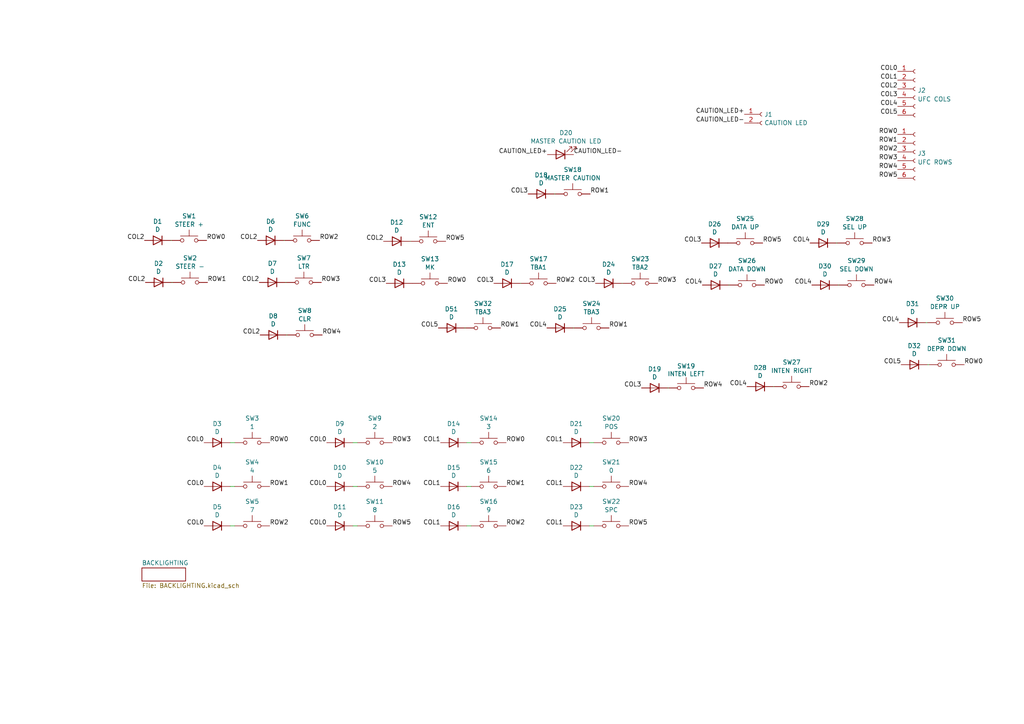
<source format=kicad_sch>
(kicad_sch (version 20230121) (generator eeschema)
  (paper "A4")
  (lib_symbols
    (symbol "Connector:Conn_01x02_Socket" (pin_names (offset 1.016) hide)
      (property "Reference" "J" (at 0 2.54 0))
      (property "Value" "Conn_01x02_Socket" (at 0 -5.08 0))
      (symbol "Conn_01x02_Socket_1_1"
        (arc (start 0 -2.032) (mid -0.5058 -2.54) (end 0 -3.048) (stroke (width 0.1524)))
        (polyline (pts (xy -1.27 -2.54) (xy -0.508 -2.54)) (stroke (width 0.1524)))
        (polyline (pts (xy -1.27 0) (xy -0.508 0)) (stroke (width 0.1524)))
        (arc (start 0 0.508) (mid -0.5058 0) (end 0 -0.508) (stroke (width 0.1524)))
        (pin passive line (at -5.08 0 0) (length 3.81) (name "Pin_1") (number "1"))
        (pin passive line (at -5.08 -2.54 0) (length 3.81) (name "Pin_2") (number "2"))
      )
    )
    (symbol "Connector:Conn_01x06_Female" (pin_names (offset 1.016) hide)
      (property "Reference" "J" (at 0 7.62 0))
      (property "Value" "Conn_01x06_Female" (at 0 -10.16 0))
      (symbol "Conn_01x06_Female_1_1"
        (arc (start 0 -7.112) (mid -0.5058 -7.62) (end 0 -8.128) (stroke (width 0.1524)))
        (arc (start 0 -4.572) (mid -0.5058 -5.08) (end 0 -5.588) (stroke (width 0.1524)))
        (arc (start 0 -2.032) (mid -0.5058 -2.54) (end 0 -3.048) (stroke (width 0.1524)))
        (polyline (pts (xy -1.27 -7.62) (xy -0.508 -7.62)) (stroke (width 0.1524)))
        (polyline (pts (xy -1.27 -5.08) (xy -0.508 -5.08)) (stroke (width 0.1524)))
        (polyline (pts (xy -1.27 -2.54) (xy -0.508 -2.54)) (stroke (width 0.1524)))
        (polyline (pts (xy -1.27 0) (xy -0.508 0)) (stroke (width 0.1524)))
        (polyline (pts (xy -1.27 2.54) (xy -0.508 2.54)) (stroke (width 0.1524)))
        (polyline (pts (xy -1.27 5.08) (xy -0.508 5.08)) (stroke (width 0.1524)))
        (arc (start 0 0.508) (mid -0.5058 0) (end 0 -0.508) (stroke (width 0.1524)))
        (arc (start 0 3.048) (mid -0.5058 2.54) (end 0 2.032) (stroke (width 0.1524)))
        (arc (start 0 5.588) (mid -0.5058 5.08) (end 0 4.572) (stroke (width 0.1524)))
        (pin passive line (at -5.08 5.08 0) (length 3.81) (name "Pin_1") (number "1"))
        (pin passive line (at -5.08 2.54 0) (length 3.81) (name "Pin_2") (number "2"))
        (pin passive line (at -5.08 0 0) (length 3.81) (name "Pin_3") (number "3"))
        (pin passive line (at -5.08 -2.54 0) (length 3.81) (name "Pin_4") (number "4"))
        (pin passive line (at -5.08 -5.08 0) (length 3.81) (name "Pin_5") (number "5"))
        (pin passive line (at -5.08 -7.62 0) (length 3.81) (name "Pin_6") (number "6"))
      )
    )
    (symbol "Device:D" (pin_numbers hide) (pin_names (offset 1.016) hide)
      (property "Reference" "D" (at 0 2.54 0))
      (property "Value" "D" (at 0 -2.54 0))
      (symbol "D_0_1"
        (polyline (pts (xy -1.27 1.27) (xy -1.27 -1.27)) (stroke (width 0.254)))
        (polyline (pts (xy 1.27 0) (xy -1.27 0)))
        (polyline (pts (xy 1.27 1.27) (xy 1.27 -1.27) (xy -1.27 0) (xy 1.27 1.27)) (stroke (width 0.254)))
      )
      (symbol "D_1_1"
        (pin passive line (at -3.81 0 0) (length 2.54) (name "K") (number "1"))
        (pin passive line (at 3.81 0 180) (length 2.54) (name "A") (number "2"))
      )
    )
    (symbol "Device:LED" (pin_numbers hide) (pin_names (offset 1.016) hide)
      (property "Reference" "D" (at 0 2.54 0))
      (property "Value" "LED" (at 0 -2.54 0))
      (symbol "LED_0_1"
        (polyline (pts (xy -1.27 -1.27) (xy -1.27 1.27)) (stroke (width 0.254)))
        (polyline (pts (xy -1.27 0) (xy 1.27 0)))
        (polyline (pts (xy 1.27 -1.27) (xy 1.27 1.27) (xy -1.27 0) (xy 1.27 -1.27)) (stroke (width 0.254)))
        (polyline (pts (xy -3.048 -0.762) (xy -4.572 -2.286) (xy -3.81 -2.286) (xy -4.572 -2.286) (xy -4.572 -1.524)))
        (polyline (pts (xy -1.778 -0.762) (xy -3.302 -2.286) (xy -2.54 -2.286) (xy -3.302 -2.286) (xy -3.302 -1.524)))
      )
      (symbol "LED_1_1"
        (pin passive line (at -3.81 0 0) (length 2.54) (name "K") (number "1"))
        (pin passive line (at 3.81 0 180) (length 2.54) (name "A") (number "2"))
      )
    )
    (symbol "Switch:SW_Push" (pin_numbers hide) (pin_names (offset 1.016) hide)
      (property "Reference" "SW" (at 1.27 2.54 0))
      (property "Value" "SW_Push" (at 0 -1.524 0))
      (symbol "SW_Push_0_1"
        (circle (center -2.032 0) (radius 0.508))
        (polyline (pts (xy 0 1.27) (xy 0 3.048)))
        (polyline (pts (xy 2.54 1.27) (xy -2.54 1.27)))
        (circle (center 2.032 0) (radius 0.508))
        (pin passive line (at -5.08 0 0) (length 2.54) (name "1") (number "1"))
        (pin passive line (at 5.08 0 180) (length 2.54) (name "2") (number "2"))
      )
    )
  )
  (wire (pts (xy 135.382 141.097) (xy 136.652 141.097)))
  (wire (pts (xy 66.802 152.527) (xy 68.072 152.527)))
  (wire (pts (xy 102.362 152.527) (xy 103.632 152.527)))
  (wire (pts (xy 180.34 82.169) (xy 180.594 82.169)))
  (wire (pts (xy 118.872 69.977) (xy 119.126 69.977)))
  (wire (pts (xy 170.942 141.097) (xy 172.212 141.097)))
  (wire (pts (xy 102.362 128.397) (xy 103.632 128.397)))
  (wire (pts (xy 66.802 141.097) (xy 68.072 141.097)))
  (wire (pts (xy 102.362 141.097) (xy 103.632 141.097)))
  (wire (pts (xy 83.058 97.155) (xy 83.312 97.155)))
  (wire (pts (xy 242.57 70.485) (xy 242.824 70.485)))
  (wire (pts (xy 193.675 112.522) (xy 193.929 112.522)))
  (wire (pts (xy 160.782 56.261) (xy 161.036 56.261)))
  (wire (pts (xy 243.078 82.677) (xy 243.332 82.677)))
  (wire (pts (xy 170.942 128.397) (xy 172.212 128.397)))
  (wire (pts (xy 166.243 95.123) (xy 166.497 95.123)))
  (wire (pts (xy 49.53 69.723) (xy 49.784 69.723)))
  (wire (pts (xy 170.942 152.527) (xy 172.212 152.527)))
  (wire (pts (xy 134.747 95.123) (xy 135.001 95.123)))
  (wire (pts (xy 49.784 81.915) (xy 50.038 81.915)))
  (wire (pts (xy 66.802 128.397) (xy 68.072 128.397)))
  (wire (pts (xy 268.478 93.599) (xy 268.986 93.599)))
  (wire (pts (xy 150.876 82.169) (xy 151.13 82.169)))
  (wire (pts (xy 268.986 105.791) (xy 269.494 105.791)))
  (wire (pts (xy 211.328 82.677) (xy 211.582 82.677)))
  (wire (pts (xy 135.382 128.397) (xy 136.652 128.397)))
  (wire (pts (xy 82.296 69.723) (xy 82.55 69.723)))
  (wire (pts (xy 135.382 152.527) (xy 136.652 152.527)))
  (wire (pts (xy 82.804 81.915) (xy 83.058 81.915)))
  (wire (pts (xy 224.282 112.141) (xy 224.536 112.141)))
  (label "COL1" (at 260.35 23.241 180))
  (label "COL3" (at 153.162 56.261 180))
  (label "ROW1" (at 171.196 56.261 0))
  (label "COL4" (at 234.95 70.485 180))
  (label "COL5" (at 261.366 105.791 180))
  (label "COL1" (at 127.762 128.397 180))
  (label "ROW5" (at 221.234 70.485 0))
  (label "COL0" (at 59.182 128.397 180))
  (label "ROW4" (at 253.492 82.677 0))
  (label "ROW4" (at 260.35 49.149 180))
  (label "ROW0" (at 78.232 128.397 0))
  (label "ROW3" (at 93.218 81.915 0))
  (label "COL4" (at 260.35 30.861 180))
  (label "COL2" (at 74.676 69.723 180))
  (label "COL0" (at 260.35 20.701 180))
  (label "ROW4" (at 204.089 112.522 0))
  (label "ROW2" (at 92.71 69.723 0))
  (label "CAUTION_LED+" (at 215.9 33.147 180))
  (label "COL4" (at 260.858 93.599 180))
  (label "COL3" (at 112.014 82.169 180))
  (label "ROW2" (at 234.696 112.141 0))
  (label "COL3" (at 143.256 82.169 180))
  (label "CAUTION_LED-" (at 215.9 35.687 180))
  (label "COL4" (at 235.458 82.677 180))
  (label "COL1" (at 163.322 141.097 180))
  (label "CAUTION_LED+" (at 158.75 44.831 180))
  (label "ROW2" (at 161.29 82.169 0))
  (label "COL0" (at 94.742 128.397 180))
  (label "ROW5" (at 182.372 152.527 0))
  (label "ROW2" (at 146.812 152.527 0))
  (label "COL5" (at 260.35 33.401 180))
  (label "ROW0" (at 129.794 82.169 0))
  (label "ROW4" (at 113.792 141.097 0))
  (label "COL2" (at 75.184 81.915 180))
  (label "COL3" (at 260.35 28.321 180))
  (label "ROW1" (at 60.198 81.915 0))
  (label "ROW4" (at 182.372 141.097 0))
  (label "ROW3" (at 252.984 70.485 0))
  (label "COL0" (at 94.742 141.097 180))
  (label "ROW5" (at 279.146 93.599 0))
  (label "COL0" (at 59.182 152.527 180))
  (label "COL2" (at 75.438 97.155 180))
  (label "COL2" (at 42.164 81.915 180))
  (label "COL1" (at 163.322 152.527 180))
  (label "ROW1" (at 146.812 141.097 0))
  (label "COL3" (at 186.055 112.522 180))
  (label "COL2" (at 41.91 69.723 180))
  (label "ROW0" (at 279.654 105.791 0))
  (label "COL3" (at 203.454 70.485 180))
  (label "ROW0" (at 146.812 128.397 0))
  (label "ROW5" (at 260.35 51.689 180))
  (label "COL5" (at 127.127 95.123 180))
  (label "ROW1" (at 145.161 95.123 0))
  (label "ROW1" (at 260.35 41.529 180))
  (label "COL4" (at 216.662 112.141 180))
  (label "ROW5" (at 113.792 152.527 0))
  (label "COL2" (at 111.252 69.977 180))
  (label "ROW4" (at 93.472 97.155 0))
  (label "COL0" (at 94.742 152.527 180))
  (label "ROW3" (at 182.372 128.397 0))
  (label "ROW2" (at 78.232 152.527 0))
  (label "COL3" (at 172.72 82.169 180))
  (label "ROW1" (at 78.232 141.097 0))
  (label "COL1" (at 127.762 152.527 180))
  (label "CAUTION_LED-" (at 166.37 44.831 0))
  (label "ROW0" (at 221.742 82.677 0))
  (label "COL1" (at 163.322 128.397 180))
  (label "ROW2" (at 260.35 44.069 180))
  (label "ROW3" (at 260.35 46.609 180))
  (label "ROW1" (at 176.657 95.123 0))
  (label "ROW3" (at 190.754 82.169 0))
  (label "ROW3" (at 113.792 128.397 0))
  (label "COL1" (at 127.762 141.097 180))
  (label "ROW0" (at 59.944 69.723 0))
  (label "COL0" (at 59.182 141.097 180))
  (label "COL4" (at 203.708 82.677 180))
  (label "ROW0" (at 260.35 38.989 180))
  (label "COL4" (at 158.623 95.123 180))
  (label "ROW5" (at 129.286 69.977 0))
  (label "COL2" (at 260.35 25.781 180))
  (symbol (lib_id "Device:D") (at 147.066 82.169 0) (mirror y) (unit 1)
    (property "Reference" "D17" (at 147.066 76.6826 0))
    (property "Value" "D" (at 147.066 78.994 0))
    (property "Footprint" "Diode_THT:D_A-405_P7.62mm_Horizontal" (effects hide))
  )
  (symbol (lib_id "Switch:SW_Push") (at 73.152 141.097 0) (unit 1)
    (property "Reference" "SW4" (at 73.152 134.0317 0))
    (property "Value" "4" (at 73.152 136.4559 0))
    (property "Footprint" "Button_Switch_THT:SW_PUSH-12mm" (effects hide))
  )
  (symbol (lib_id "Device:D") (at 238.76 70.485 0) (mirror y) (unit 1)
    (property "Reference" "D29" (at 238.76 64.9986 0))
    (property "Value" "D" (at 238.76 67.31 0))
    (property "Footprint" "Diode_THT:D_A-405_P7.62mm_Horizontal" (effects hide))
  )
  (symbol (lib_id "Switch:SW_Push") (at 248.412 82.677 0) (unit 1)
    (property "Reference" "SW29" (at 248.412 75.6117 0))
    (property "Value" "SEL DOWN" (at 248.412 78.0359 0))
    (property "Footprint" "Button_Switch_THT:SW_PUSH-12mm" (effects hide))
  )
  (symbol (lib_id "Device:D") (at 189.865 112.522 0) (mirror y) (unit 1)
    (property "Reference" "D19" (at 189.865 107.0356 0))
    (property "Value" "D" (at 189.865 109.347 0))
    (property "Footprint" "Diode_THT:D_A-405_P7.62mm_Horizontal" (effects hide))
  )
  (symbol (lib_id "Switch:SW_Push") (at 185.674 82.169 0) (unit 1)
    (property "Reference" "SW23" (at 185.674 75.1037 0))
    (property "Value" "TBA2" (at 185.674 77.5279 0))
    (property "Footprint" "Button_Switch_THT:SW_PUSH-12mm" (effects hide))
  )
  (symbol (lib_id "Switch:SW_Push") (at 54.864 69.723 0) (unit 1)
    (property "Reference" "SW1" (at 54.864 62.6577 0))
    (property "Value" "STEER +" (at 54.864 65.0819 0))
    (property "Footprint" "Button_Switch_THT:SW_PUSH-12mm" (effects hide))
  )
  (symbol (lib_id "Switch:SW_Push") (at 166.116 56.261 0) (unit 1)
    (property "Reference" "SW18" (at 166.116 49.1957 0))
    (property "Value" "MASTER CAUTION" (at 166.116 51.6199 0))
    (property "Footprint" "Connector_Molex:Molex_KK-254_AE-6410-02A_1x02_P2.54mm_Vertical" (effects hide))
  )
  (symbol (lib_id "Device:LED") (at 162.56 44.831 180) (unit 1)
    (property "Reference" "D20" (at 164.1475 38.5277 0))
    (property "Value" "MASTER CAUTION LED" (at 164.1475 40.9519 0))
    (property "Footprint" "Connector_Molex:Molex_KK-254_AE-6410-02A_1x02_P2.54mm_Vertical" (effects hide))
  )
  (symbol (lib_id "Device:D") (at 45.72 69.723 0) (mirror y) (unit 1)
    (property "Reference" "D1" (at 45.72 64.2366 0))
    (property "Value" "D" (at 45.72 66.548 0))
    (property "Footprint" "Diode_THT:D_A-405_P7.62mm_Horizontal" (effects hide))
  )
  (symbol (lib_id "Device:D") (at 167.132 141.097 0) (mirror y) (unit 1)
    (property "Reference" "D22" (at 167.132 135.6106 0))
    (property "Value" "D" (at 167.132 137.922 0))
    (property "Footprint" "Diode_THT:D_A-405_P7.62mm_Horizontal" (effects hide))
  )
  (symbol (lib_id "Switch:SW_Push") (at 247.904 70.485 0) (unit 1)
    (property "Reference" "SW28" (at 247.904 63.4197 0))
    (property "Value" "SEL UP" (at 247.904 65.8439 0))
    (property "Footprint" "Button_Switch_THT:SW_PUSH-12mm" (effects hide))
  )
  (symbol (lib_id "Device:D") (at 167.132 152.527 0) (mirror y) (unit 1)
    (property "Reference" "D23" (at 167.132 147.0406 0))
    (property "Value" "D" (at 167.132 149.352 0))
    (property "Footprint" "Diode_THT:D_A-405_P7.62mm_Horizontal" (effects hide))
  )
  (symbol (lib_id "Switch:SW_Push") (at 73.152 128.397 0) (unit 1)
    (property "Reference" "SW3" (at 73.152 121.3317 0))
    (property "Value" "1" (at 73.152 123.7559 0))
    (property "Footprint" "Button_Switch_THT:SW_PUSH-12mm" (effects hide))
  )
  (symbol (lib_id "Device:D") (at 78.994 81.915 0) (mirror y) (unit 1)
    (property "Reference" "D7" (at 78.994 76.4286 0))
    (property "Value" "D" (at 78.994 78.74 0))
    (property "Footprint" "Diode_THT:D_A-405_P7.62mm_Horizontal" (effects hide))
  )
  (symbol (lib_id "Switch:SW_Push") (at 124.206 69.977 0) (unit 1)
    (property "Reference" "SW12" (at 124.206 62.9117 0))
    (property "Value" "ENT" (at 124.206 65.3359 0))
    (property "Footprint" "Button_Switch_THT:SW_PUSH-12mm" (effects hide))
  )
  (symbol (lib_id "Switch:SW_Push") (at 216.154 70.485 0) (unit 1)
    (property "Reference" "SW25" (at 216.154 63.4197 0))
    (property "Value" "DATA UP" (at 216.154 65.8439 0))
    (property "Footprint" "Button_Switch_THT:SW_PUSH-12mm" (effects hide))
  )
  (symbol (lib_id "Switch:SW_Push") (at 199.009 112.522 0) (unit 1)
    (property "Reference" "SW19" (at 199.009 106.172 0))
    (property "Value" "INTEN LEFT" (at 199.009 108.4381 0))
    (property "Footprint" "Button_Switch_THT:SW_PUSH-12mm" (effects hide))
  )
  (symbol (lib_id "Device:D") (at 131.572 128.397 0) (mirror y) (unit 1)
    (property "Reference" "D14" (at 131.572 122.9106 0))
    (property "Value" "D" (at 131.572 125.222 0))
    (property "Footprint" "Diode_THT:D_A-405_P7.62mm_Horizontal" (effects hide))
  )
  (symbol (lib_id "Device:D") (at 115.062 69.977 0) (mirror y) (unit 1)
    (property "Reference" "D12" (at 115.062 64.4906 0))
    (property "Value" "D" (at 115.062 66.802 0))
    (property "Footprint" "Diode_THT:D_A-405_P7.62mm_Horizontal" (effects hide))
  )
  (symbol (lib_id "Switch:SW_Push") (at 87.63 69.723 0) (unit 1)
    (property "Reference" "SW6" (at 87.63 62.6577 0))
    (property "Value" "FUNC" (at 87.63 65.0819 0))
    (property "Footprint" "Button_Switch_THT:SW_PUSH-12mm" (effects hide))
  )
  (symbol (lib_id "Switch:SW_Push") (at 108.712 128.397 0) (unit 1)
    (property "Reference" "SW9" (at 108.712 121.3317 0))
    (property "Value" "2" (at 108.712 123.7559 0))
    (property "Footprint" "Button_Switch_THT:SW_PUSH-12mm" (effects hide))
  )
  (symbol (lib_id "Switch:SW_Push") (at 171.577 95.123 0) (unit 1)
    (property "Reference" "SW24" (at 171.577 88.0577 0))
    (property "Value" "TBA3" (at 171.577 90.4819 0))
    (property "Footprint" "Button_Switch_THT:SW_PUSH-12mm" (effects hide))
  )
  (symbol (lib_id "Switch:SW_Push") (at 140.081 95.123 0) (unit 1)
    (property "Reference" "SW32" (at 140.081 88.0577 0))
    (property "Value" "TBA3" (at 140.081 90.4819 0))
    (property "Footprint" "Button_Switch_THT:SW_PUSH-12mm" (effects hide))
  )
  (symbol (lib_id "Switch:SW_Push") (at 141.732 128.397 0) (unit 1)
    (property "Reference" "SW14" (at 141.732 121.3317 0))
    (property "Value" "3" (at 141.732 123.7559 0))
    (property "Footprint" "Button_Switch_THT:SW_PUSH-12mm" (effects hide))
  )
  (symbol (lib_id "Device:D") (at 207.264 70.485 0) (mirror y) (unit 1)
    (property "Reference" "D26" (at 207.264 64.9986 0))
    (property "Value" "D" (at 207.264 67.31 0))
    (property "Footprint" "Diode_THT:D_A-405_P7.62mm_Horizontal" (effects hide))
  )
  (symbol (lib_id "Device:D") (at 78.486 69.723 0) (mirror y) (unit 1)
    (property "Reference" "D6" (at 78.486 64.2366 0))
    (property "Value" "D" (at 78.486 66.548 0))
    (property "Footprint" "Diode_THT:D_A-405_P7.62mm_Horizontal" (effects hide))
  )
  (symbol (lib_id "Device:D") (at 130.937 95.123 0) (mirror y) (unit 1)
    (property "Reference" "D51" (at 130.937 89.6366 0))
    (property "Value" "D" (at 130.937 91.948 0))
    (property "Footprint" "Diode_THT:D_A-405_P7.62mm_Horizontal" (effects hide))
  )
  (symbol (lib_id "Connector:Conn_01x06_Female") (at 265.43 25.781 0) (unit 1)
    (property "Reference" "J2" (at 266.1412 26.2163 0) (effects (justify left)))
    (property "Value" "UFC COLS" (at 266.1412 28.7532 0) (effects (justify left)))
    (property "Footprint" "Connector_Molex:Molex_KK-254_AE-6410-06A_1x06_P2.54mm_Vertical" (effects hide))
  )
  (symbol (lib_id "Connector:Conn_01x02_Socket") (at 220.98 33.147 0) (unit 1)
    (property "Reference" "J1" (at 221.6912 33.2049 0) (effects (justify left)))
    (property "Value" "CAUTION LED" (at 221.6912 35.6291 0) (effects (justify left)))
    (property "Footprint" "Connector_Molex:Molex_KK-254_AE-6410-02A_1x02_P2.54mm_Vertical" (effects hide))
  )
  (symbol (lib_id "Switch:SW_Push") (at 156.21 82.169 0) (unit 1)
    (property "Reference" "SW17" (at 156.21 75.1037 0))
    (property "Value" "TBA1" (at 156.21 77.5279 0))
    (property "Footprint" "Button_Switch_THT:SW_PUSH-12mm" (effects hide))
  )
  (symbol (lib_id "Device:D") (at 156.972 56.261 0) (mirror y) (unit 1)
    (property "Reference" "D18" (at 156.972 50.7746 0))
    (property "Value" "D" (at 156.972 53.086 0))
    (property "Footprint" "Diode_THT:D_A-405_P7.62mm_Horizontal" (effects hide))
  )
  (symbol (lib_id "Switch:SW_Push") (at 177.292 128.397 0) (unit 1)
    (property "Reference" "SW20" (at 177.292 121.3317 0))
    (property "Value" "POS" (at 177.292 123.7559 0))
    (property "Footprint" "Button_Switch_THT:SW_PUSH-12mm" (effects hide))
  )
  (symbol (lib_id "Device:D") (at 115.824 82.169 0) (mirror y) (unit 1)
    (property "Reference" "D13" (at 115.824 76.6826 0))
    (property "Value" "D" (at 115.824 78.994 0))
    (property "Footprint" "Diode_THT:D_A-405_P7.62mm_Horizontal" (effects hide))
  )
  (symbol (lib_id "Device:D") (at 62.992 152.527 0) (mirror y) (unit 1)
    (property "Reference" "D5" (at 62.992 147.0406 0))
    (property "Value" "D" (at 62.992 149.352 0))
    (property "Footprint" "Diode_THT:D_A-405_P7.62mm_Horizontal" (effects hide))
  )
  (symbol (lib_id "Device:D") (at 265.176 105.791 0) (mirror y) (unit 1)
    (property "Reference" "D32" (at 265.176 100.3046 0))
    (property "Value" "D" (at 265.176 102.616 0))
    (property "Footprint" "Diode_THT:D_A-405_P7.62mm_Horizontal" (effects hide))
  )
  (symbol (lib_id "Device:D") (at 220.472 112.141 0) (mirror y) (unit 1)
    (property "Reference" "D28" (at 220.472 106.6546 0))
    (property "Value" "D" (at 220.472 108.966 0))
    (property "Footprint" "Diode_THT:D_A-405_P7.62mm_Horizontal" (effects hide))
  )
  (symbol (lib_id "Device:D") (at 79.248 97.155 0) (mirror y) (unit 1)
    (property "Reference" "D8" (at 79.248 91.6686 0))
    (property "Value" "D" (at 79.248 93.98 0))
    (property "Footprint" "Diode_THT:D_A-405_P7.62mm_Horizontal" (effects hide))
  )
  (symbol (lib_id "Device:D") (at 264.668 93.599 0) (mirror y) (unit 1)
    (property "Reference" "D31" (at 264.668 88.1126 0))
    (property "Value" "D" (at 264.668 90.424 0))
    (property "Footprint" "Diode_THT:D_A-405_P7.62mm_Horizontal" (effects hide))
  )
  (symbol (lib_id "Switch:SW_Push") (at 141.732 141.097 0) (unit 1)
    (property "Reference" "SW15" (at 141.732 134.0317 0))
    (property "Value" "6" (at 141.732 136.4559 0))
    (property "Footprint" "Button_Switch_THT:SW_PUSH-12mm" (effects hide))
  )
  (symbol (lib_id "Device:D") (at 98.552 152.527 0) (mirror y) (unit 1)
    (property "Reference" "D11" (at 98.552 147.0406 0))
    (property "Value" "D" (at 98.552 149.352 0))
    (property "Footprint" "Diode_THT:D_A-405_P7.62mm_Horizontal" (effects hide))
  )
  (symbol (lib_id "Switch:SW_Push") (at 124.714 82.169 0) (unit 1)
    (property "Reference" "SW13" (at 124.714 75.1037 0))
    (property "Value" "MK" (at 124.714 77.5279 0))
    (property "Footprint" "Button_Switch_THT:SW_PUSH-12mm" (effects hide))
  )
  (symbol (lib_id "Switch:SW_Push") (at 88.392 97.155 0) (unit 1)
    (property "Reference" "SW8" (at 88.392 90.0897 0))
    (property "Value" "CLR" (at 88.392 92.5139 0))
    (property "Footprint" "Button_Switch_THT:SW_PUSH-12mm" (effects hide))
  )
  (symbol (lib_id "Switch:SW_Push") (at 177.292 141.097 0) (unit 1)
    (property "Reference" "SW21" (at 177.292 134.0317 0))
    (property "Value" "0" (at 177.292 136.4559 0))
    (property "Footprint" "Button_Switch_THT:SW_PUSH-12mm" (effects hide))
  )
  (symbol (lib_id "Device:D") (at 45.974 81.915 0) (mirror y) (unit 1)
    (property "Reference" "D2" (at 45.974 76.4286 0))
    (property "Value" "D" (at 45.974 78.74 0))
    (property "Footprint" "Diode_THT:D_A-405_P7.62mm_Horizontal" (effects hide))
  )
  (symbol (lib_id "Switch:SW_Push") (at 274.066 93.599 0) (unit 1)
    (property "Reference" "SW30" (at 274.066 86.5337 0))
    (property "Value" "DEPR UP" (at 274.066 88.9579 0))
    (property "Footprint" "Button_Switch_THT:SW_PUSH-12mm" (effects hide))
  )
  (symbol (lib_id "Switch:SW_Push") (at 88.138 81.915 0) (unit 1)
    (property "Reference" "SW7" (at 88.138 74.8497 0))
    (property "Value" "LTR" (at 88.138 77.2739 0))
    (property "Footprint" "Button_Switch_THT:SW_PUSH-12mm" (effects hide))
  )
  (symbol (lib_id "Device:D") (at 98.552 128.397 0) (mirror y) (unit 1)
    (property "Reference" "D9" (at 98.552 122.9106 0))
    (property "Value" "D" (at 98.552 125.222 0))
    (property "Footprint" "Diode_THT:D_A-405_P7.62mm_Horizontal" (effects hide))
  )
  (symbol (lib_id "Switch:SW_Push") (at 108.712 152.527 0) (unit 1)
    (property "Reference" "SW11" (at 108.712 145.4617 0))
    (property "Value" "8" (at 108.712 147.8859 0))
    (property "Footprint" "Button_Switch_THT:SW_PUSH-12mm" (effects hide))
  )
  (symbol (lib_id "Device:D") (at 131.572 152.527 0) (mirror y) (unit 1)
    (property "Reference" "D16" (at 131.572 147.0406 0))
    (property "Value" "D" (at 131.572 149.352 0))
    (property "Footprint" "Diode_THT:D_A-405_P7.62mm_Horizontal" (effects hide))
  )
  (symbol (lib_id "Device:D") (at 62.992 128.397 0) (mirror y) (unit 1)
    (property "Reference" "D3" (at 62.992 122.9106 0))
    (property "Value" "D" (at 62.992 125.222 0))
    (property "Footprint" "Diode_THT:D_A-405_P7.62mm_Horizontal" (effects hide))
  )
  (symbol (lib_id "Connector:Conn_01x06_Female") (at 265.43 44.069 0) (unit 1)
    (property "Reference" "J3" (at 266.1412 44.5043 0) (effects (justify left)))
    (property "Value" "UFC ROWS" (at 266.1412 47.0412 0) (effects (justify left)))
    (property "Footprint" "Connector_Molex:Molex_KK-254_AE-6410-06A_1x06_P2.54mm_Vertical" (effects hide))
  )
  (symbol (lib_id "Switch:SW_Push") (at 141.732 152.527 0) (unit 1)
    (property "Reference" "SW16" (at 141.732 145.4617 0))
    (property "Value" "9" (at 141.732 147.8859 0))
    (property "Footprint" "Button_Switch_THT:SW_PUSH-12mm" (effects hide))
  )
  (symbol (lib_id "Device:D") (at 98.552 141.097 0) (mirror y) (unit 1)
    (property "Reference" "D10" (at 98.552 135.6106 0))
    (property "Value" "D" (at 98.552 137.922 0))
    (property "Footprint" "Diode_THT:D_A-405_P7.62mm_Horizontal" (effects hide))
  )
  (symbol (lib_id "Switch:SW_Push") (at 73.152 152.527 0) (unit 1)
    (property "Reference" "SW5" (at 73.152 145.4617 0))
    (property "Value" "7" (at 73.152 147.8859 0))
    (property "Footprint" "Button_Switch_THT:SW_PUSH-12mm" (effects hide))
  )
  (symbol (lib_id "Switch:SW_Push") (at 55.118 81.915 0) (unit 1)
    (property "Reference" "SW2" (at 55.118 74.8497 0))
    (property "Value" "STEER -" (at 55.118 77.2739 0))
    (property "Footprint" "Button_Switch_THT:SW_PUSH-12mm" (effects hide))
  )
  (symbol (lib_id "Device:D") (at 131.572 141.097 0) (mirror y) (unit 1)
    (property "Reference" "D15" (at 131.572 135.6106 0))
    (property "Value" "D" (at 131.572 137.922 0))
    (property "Footprint" "Diode_THT:D_A-405_P7.62mm_Horizontal" (effects hide))
  )
  (symbol (lib_id "Switch:SW_Push") (at 229.616 112.141 0) (unit 1)
    (property "Reference" "SW27" (at 229.616 105.0757 0))
    (property "Value" "INTEN RIGHT" (at 229.616 107.4999 0))
    (property "Footprint" "Button_Switch_THT:SW_PUSH-12mm" (effects hide))
  )
  (symbol (lib_id "Device:D") (at 167.132 128.397 0) (mirror y) (unit 1)
    (property "Reference" "D21" (at 167.132 122.9106 0))
    (property "Value" "D" (at 167.132 125.222 0))
    (property "Footprint" "Diode_THT:D_A-405_P7.62mm_Horizontal" (effects hide))
  )
  (symbol (lib_id "Device:D") (at 176.53 82.169 0) (mirror y) (unit 1)
    (property "Reference" "D24" (at 176.53 76.6826 0))
    (property "Value" "D" (at 176.53 78.994 0))
    (property "Footprint" "Diode_THT:D_A-405_P7.62mm_Horizontal" (effects hide))
  )
  (symbol (lib_id "Device:D") (at 239.268 82.677 0) (mirror y) (unit 1)
    (property "Reference" "D30" (at 239.268 77.1906 0))
    (property "Value" "D" (at 239.268 79.502 0))
    (property "Footprint" "Diode_THT:D_A-405_P7.62mm_Horizontal" (effects hide))
  )
  (symbol (lib_id "Switch:SW_Push") (at 274.574 105.791 0) (unit 1)
    (property "Reference" "SW31" (at 274.574 98.7257 0))
    (property "Value" "DEPR DOWN" (at 274.574 101.1499 0))
    (property "Footprint" "Button_Switch_THT:SW_PUSH-12mm" (effects hide))
  )
  (symbol (lib_id "Device:D") (at 62.992 141.097 0) (mirror y) (unit 1)
    (property "Reference" "D4" (at 62.992 135.6106 0))
    (property "Value" "D" (at 62.992 137.922 0))
    (property "Footprint" "Diode_THT:D_A-405_P7.62mm_Horizontal" (effects hide))
  )
  (symbol (lib_id "Switch:SW_Push") (at 216.662 82.677 0) (unit 1)
    (property "Reference" "SW26" (at 216.662 75.6117 0))
    (property "Value" "DATA DOWN" (at 216.662 78.0359 0))
    (property "Footprint" "Button_Switch_THT:SW_PUSH-12mm" (effects hide))
  )
  (symbol (lib_id "Device:D") (at 207.518 82.677 0) (mirror y) (unit 1)
    (property "Reference" "D27" (at 207.518 77.1906 0))
    (property "Value" "D" (at 207.518 79.502 0))
    (property "Footprint" "Diode_THT:D_A-405_P7.62mm_Horizontal" (effects hide))
  )
  (symbol (lib_id "Device:D") (at 162.433 95.123 0) (mirror y) (unit 1)
    (property "Reference" "D25" (at 162.433 89.6366 0))
    (property "Value" "D" (at 162.433 91.948 0))
    (property "Footprint" "Diode_THT:D_A-405_P7.62mm_Horizontal" (effects hide))
  )
  (symbol (lib_id "Switch:SW_Push") (at 177.292 152.527 0) (unit 1)
    (property "Reference" "SW22" (at 177.292 145.4617 0))
    (property "Value" "SPC" (at 177.292 147.8859 0))
    (property "Footprint" "Button_Switch_THT:SW_PUSH-12mm" (effects hide))
  )
  (symbol (lib_id "Switch:SW_Push") (at 108.712 141.097 0) (unit 1)
    (property "Reference" "SW10" (at 108.712 134.0317 0))
    (property "Value" "5" (at 108.712 136.4559 0))
    (property "Footprint" "Button_Switch_THT:SW_PUSH-12mm" (effects hide))
  )
  (sheet (at 41.148 164.719) (size 12.7 3.81) (stroke (width 0.1524))
    (property "Sheetname" "BACKLIGHTING" (at 41.148 164.0074 0) (effects (justify left bottom)))
    (property "Sheetfile" "BACKLIGHTING.kicad_sch" (at 41.148 169.1136 0) (effects (justify left top)))
  )
)
</source>
